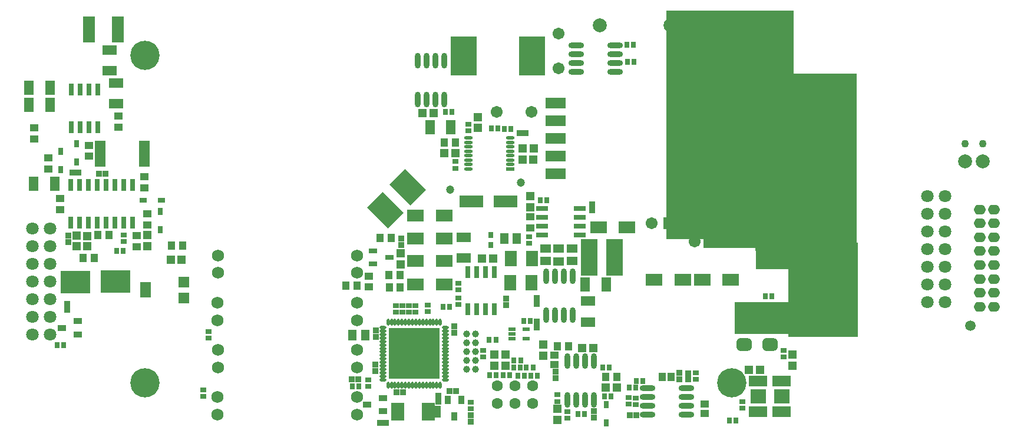
<source format=gts>
G04 Layer_Color=8388736*
%FSLAX25Y25*%
%MOIN*%
G70*
G01*
G75*
%ADD110R,0.87145X0.98576*%
%ADD111R,0.72200X1.29600*%
%ADD112R,0.38400X0.14000*%
%ADD113R,0.39300X0.53400*%
%ADD114R,0.40000X0.18200*%
%ADD115R,0.03241X0.03084*%
%ADD116R,0.03084X0.03241*%
%ADD117R,0.05918X0.08674*%
%ADD118R,0.05918X0.05918*%
%ADD119R,0.04540X0.04540*%
%ADD120R,0.16548X0.12611*%
%ADD121R,0.04934X0.03359*%
%ADD122R,0.04343X0.04737*%
%ADD123R,0.04737X0.04343*%
%ADD124R,0.03241X0.03241*%
%ADD125R,0.05328X0.07887*%
%ADD126R,0.07887X0.05328*%
%ADD127R,0.04816X0.03950*%
%ADD128R,0.04540X0.04737*%
%ADD129R,0.04934X0.06312*%
%ADD130R,0.09461X0.06902*%
%ADD131R,0.28556X0.28556*%
%ADD132O,0.03950X0.01706*%
%ADD133O,0.01706X0.03950*%
%ADD134R,0.06902X0.03162*%
%ADD135R,0.06706X0.08871*%
%ADD136R,0.03241X0.03241*%
%ADD137R,0.13202X0.07099*%
%ADD138O,0.08800X0.03200*%
G04:AMPARAMS|DCode=139|XSize=165.48mil|YSize=126.11mil|CornerRadius=0mil|HoleSize=0mil|Usage=FLASHONLY|Rotation=135.000|XOffset=0mil|YOffset=0mil|HoleType=Round|Shape=Rectangle|*
%AMROTATEDRECTD139*
4,1,4,0.10309,-0.01392,0.01392,-0.10309,-0.10309,0.01392,-0.01392,0.10309,0.10309,-0.01392,0.0*
%
%ADD139ROTATEDRECTD139*%

%ADD140R,0.06706X0.14579*%
%ADD141R,0.04737X0.04540*%
%ADD142R,0.02768X0.04343*%
%ADD143R,0.03162X0.06902*%
%ADD144R,0.04934X0.03162*%
%ADD145R,0.03241X0.03162*%
%ADD146R,0.02572X0.06312*%
%ADD147R,0.08674X0.08083*%
%ADD148R,0.03950X0.04816*%
%ADD149O,0.03200X0.08800*%
%ADD150R,0.11627X0.06312*%
%ADD151R,0.05918X0.14579*%
%ADD152R,0.14579X0.22060*%
%ADD153R,0.06312X0.04934*%
%ADD154R,0.03359X0.04934*%
%ADD155R,0.07493X0.10249*%
%ADD156R,0.09265X0.21076*%
%ADD157O,0.04737X0.01981*%
%ADD158R,0.04737X0.01981*%
%ADD159R,0.04343X0.02768*%
%ADD160R,0.02768X0.03753*%
%ADD161R,0.04343X0.02375*%
%ADD162R,0.07887X0.05328*%
%ADD163O,0.06706X0.05524*%
%ADD164C,0.07099*%
%ADD165C,0.04331*%
%ADD166C,0.07887*%
%ADD167C,0.06706*%
%ADD168R,0.06706X0.06706*%
%ADD169C,0.06312*%
%ADD170C,0.05918*%
%ADD171C,0.06800*%
%ADD172O,0.08674X0.07099*%
G04:AMPARAMS|DCode=173|XSize=70.99mil|YSize=86.74mil|CornerRadius=19.75mil|HoleSize=0mil|Usage=FLASHONLY|Rotation=90.000|XOffset=0mil|YOffset=0mil|HoleType=Round|Shape=RoundedRectangle|*
%AMROUNDEDRECTD173*
21,1,0.07099,0.04724,0,0,90.0*
21,1,0.03150,0.08674,0,0,90.0*
1,1,0.03950,0.02362,0.01575*
1,1,0.03950,0.02362,-0.01575*
1,1,0.03950,-0.02362,-0.01575*
1,1,0.03950,-0.02362,0.01575*
%
%ADD173ROUNDEDRECTD173*%
%ADD174R,0.06706X0.06706*%
%ADD175C,0.03950*%
%ADD176C,0.16548*%
%ADD177C,0.04737*%
D110*
X397372Y139688D02*
D03*
D111*
X368900Y160200D02*
D03*
D112*
X402600Y85400D02*
D03*
D113*
X421550Y66900D02*
D03*
D114*
X391800Y50900D02*
D03*
D115*
X198000Y54250D02*
D03*
Y57950D02*
D03*
X25900Y97850D02*
D03*
Y94150D02*
D03*
X229300Y32400D02*
D03*
Y28699D02*
D03*
X215300Y66800D02*
D03*
Y70501D02*
D03*
X70900Y10150D02*
D03*
Y6450D02*
D03*
X315800Y5550D02*
D03*
Y1850D02*
D03*
X311800Y1999D02*
D03*
Y5700D02*
D03*
X164443Y12146D02*
D03*
Y15846D02*
D03*
X74000Y39299D02*
D03*
Y43000D02*
D03*
X190900Y53950D02*
D03*
Y57650D02*
D03*
X187300Y54100D02*
D03*
Y57801D02*
D03*
X183600Y54100D02*
D03*
Y57801D02*
D03*
X179900Y54100D02*
D03*
Y57801D02*
D03*
X349700Y15950D02*
D03*
Y19650D02*
D03*
X213500Y135550D02*
D03*
Y139250D02*
D03*
X276900Y-6001D02*
D03*
Y-2300D02*
D03*
X271200Y7250D02*
D03*
Y3550D02*
D03*
X220900Y160350D02*
D03*
Y156650D02*
D03*
X255300Y96650D02*
D03*
Y92950D02*
D03*
X215300Y58450D02*
D03*
Y62150D02*
D03*
X399300Y28850D02*
D03*
Y32550D02*
D03*
X376000Y-301D02*
D03*
Y3400D02*
D03*
D116*
X210450Y57200D02*
D03*
X206750D02*
D03*
X25750Y88600D02*
D03*
X22050D02*
D03*
X392550Y63200D02*
D03*
X388850D02*
D03*
X255917Y48959D02*
D03*
X252216D02*
D03*
X208050Y167400D02*
D03*
X211750D02*
D03*
X310700Y205300D02*
D03*
X314401D02*
D03*
X311050Y195600D02*
D03*
X314750D02*
D03*
X237650Y158000D02*
D03*
X233950D02*
D03*
X241400Y157900D02*
D03*
X245101D02*
D03*
X298099Y6500D02*
D03*
X301800D02*
D03*
X319700Y15200D02*
D03*
X315999D02*
D03*
X315750Y11500D02*
D03*
X312050D02*
D03*
X253800Y22800D02*
D03*
X257501D02*
D03*
X232800Y38300D02*
D03*
X236501D02*
D03*
X240699Y18300D02*
D03*
X244400D02*
D03*
X259900Y18100D02*
D03*
X256199D02*
D03*
X252550Y18200D02*
D03*
X248850D02*
D03*
X236800Y18400D02*
D03*
X233099D02*
D03*
X-11811Y35433D02*
D03*
X-8110D02*
D03*
X372400Y-7400D02*
D03*
X368699D02*
D03*
X250400Y22900D02*
D03*
X246699D02*
D03*
X250500Y26700D02*
D03*
X246799D02*
D03*
X282984Y-3470D02*
D03*
X286685D02*
D03*
X300750Y22600D02*
D03*
X297050D02*
D03*
X261550Y117400D02*
D03*
X265250D02*
D03*
X158900Y12100D02*
D03*
X155199D02*
D03*
D117*
X38173Y66700D02*
D03*
D118*
X59827Y71228D02*
D03*
Y62172D02*
D03*
D119*
X5300Y91298D02*
D03*
Y97203D02*
D03*
D120*
X412402Y55118D02*
D03*
Y141732D02*
D03*
Y173228D02*
D03*
Y86614D02*
D03*
X-1400Y71200D02*
D03*
X21200Y71400D02*
D03*
D121*
X-8929Y45216D02*
D03*
X126Y48956D02*
D03*
Y41476D02*
D03*
X172628Y-2040D02*
D03*
Y5440D02*
D03*
X163572Y1700D02*
D03*
D122*
X207350Y150000D02*
D03*
X213650D02*
D03*
X176150Y68100D02*
D03*
X182450D02*
D03*
X271350Y34700D02*
D03*
X277650D02*
D03*
X59399Y91600D02*
D03*
X53100D02*
D03*
X176050Y75000D02*
D03*
X182350D02*
D03*
X304999Y17500D02*
D03*
X298700D02*
D03*
X151801Y69000D02*
D03*
X158100D02*
D03*
X177400Y96200D02*
D03*
X171101D02*
D03*
X17592Y97625D02*
D03*
X11293D02*
D03*
X9250Y84700D02*
D03*
X2950D02*
D03*
D123*
X39200Y109750D02*
D03*
Y103450D02*
D03*
X33200Y91100D02*
D03*
Y97399D02*
D03*
X-10000Y112200D02*
D03*
Y118499D02*
D03*
X23000Y165050D02*
D03*
Y158750D02*
D03*
X164800Y74550D02*
D03*
Y68250D02*
D03*
X-24816Y151981D02*
D03*
Y158280D02*
D03*
X37800Y130599D02*
D03*
Y124300D02*
D03*
X6200Y142250D02*
D03*
Y148550D02*
D03*
X-16700Y135150D02*
D03*
Y141450D02*
D03*
X255900Y107950D02*
D03*
Y101650D02*
D03*
D124*
X203900Y3328D02*
D03*
Y6872D02*
D03*
X290900Y115243D02*
D03*
Y111700D02*
D03*
X270300Y16828D02*
D03*
Y20372D02*
D03*
X259700Y62243D02*
D03*
Y58700D02*
D03*
X340400Y19672D02*
D03*
Y16128D02*
D03*
X345200Y19572D02*
D03*
Y16028D02*
D03*
X203800Y-428D02*
D03*
Y-3972D02*
D03*
X-5500Y97272D02*
D03*
Y93728D02*
D03*
X259500Y48872D02*
D03*
Y45328D02*
D03*
X212900Y45972D02*
D03*
Y42428D02*
D03*
X168500Y40128D02*
D03*
Y43672D02*
D03*
X168300Y20728D02*
D03*
Y24272D02*
D03*
X182900Y95743D02*
D03*
Y92200D02*
D03*
X242200Y58228D02*
D03*
Y61772D02*
D03*
X-5906Y55315D02*
D03*
Y58858D02*
D03*
X222400Y-7772D02*
D03*
Y-4228D02*
D03*
X291900Y-5600D02*
D03*
Y-2057D02*
D03*
D125*
X-13100Y126600D02*
D03*
X-24911D02*
D03*
X287094Y69800D02*
D03*
X298905D02*
D03*
X-15748Y171260D02*
D03*
X-27559D02*
D03*
X211005Y158800D02*
D03*
X199195D02*
D03*
X-15748Y181102D02*
D03*
X-27559D02*
D03*
D126*
X218400Y84700D02*
D03*
Y96511D02*
D03*
X288600Y60300D02*
D03*
Y48489D02*
D03*
D127*
X354600Y2018D02*
D03*
Y-3100D02*
D03*
X269500Y24582D02*
D03*
Y29700D02*
D03*
D128*
X228650Y84400D02*
D03*
X234950D02*
D03*
X207350Y144000D02*
D03*
X213650D02*
D03*
X298550Y11400D02*
D03*
X304850D02*
D03*
X52500Y83800D02*
D03*
X58799D02*
D03*
X194850Y166600D02*
D03*
X201150D02*
D03*
X251500Y140500D02*
D03*
X257799D02*
D03*
X257999Y146800D02*
D03*
X251700D02*
D03*
X291650Y33700D02*
D03*
X285350D02*
D03*
X241999Y30200D02*
D03*
X235700D02*
D03*
X241850Y23800D02*
D03*
X235550D02*
D03*
X386099Y21400D02*
D03*
X379800D02*
D03*
D129*
X248400Y95600D02*
D03*
X241313D02*
D03*
X155400Y41200D02*
D03*
X162487D02*
D03*
D130*
X310642Y102200D02*
D03*
X294500D02*
D03*
X191029Y83100D02*
D03*
X207171D02*
D03*
X191029Y69900D02*
D03*
X207171D02*
D03*
X207171Y95900D02*
D03*
X191029D02*
D03*
X207171Y108800D02*
D03*
X191029D02*
D03*
X353229Y72400D02*
D03*
X369371D02*
D03*
X326129Y72500D02*
D03*
X342271D02*
D03*
D131*
X190300Y30600D02*
D03*
D132*
X208016Y15836D02*
D03*
Y17805D02*
D03*
Y19773D02*
D03*
Y21742D02*
D03*
Y23710D02*
D03*
Y25679D02*
D03*
Y27647D02*
D03*
Y29616D02*
D03*
Y31584D02*
D03*
Y33553D02*
D03*
Y35521D02*
D03*
Y37490D02*
D03*
Y39458D02*
D03*
Y41427D02*
D03*
Y43395D02*
D03*
Y45364D02*
D03*
X172583D02*
D03*
Y43395D02*
D03*
Y41427D02*
D03*
Y39458D02*
D03*
Y37490D02*
D03*
Y35521D02*
D03*
Y33553D02*
D03*
Y31584D02*
D03*
Y29616D02*
D03*
Y27647D02*
D03*
Y25679D02*
D03*
Y23710D02*
D03*
Y21742D02*
D03*
Y19773D02*
D03*
Y17805D02*
D03*
Y15836D02*
D03*
D133*
X205064Y48316D02*
D03*
X203095D02*
D03*
X201127D02*
D03*
X199158D02*
D03*
X197190D02*
D03*
X195221D02*
D03*
X193253D02*
D03*
X191284D02*
D03*
X189316D02*
D03*
X187347D02*
D03*
X185379D02*
D03*
X183410D02*
D03*
X181442D02*
D03*
X179473D02*
D03*
X177505D02*
D03*
X175536D02*
D03*
Y12883D02*
D03*
X177505D02*
D03*
X179473D02*
D03*
X181442D02*
D03*
X183410D02*
D03*
X185379D02*
D03*
X187347D02*
D03*
X189316D02*
D03*
X191284D02*
D03*
X193253D02*
D03*
X195221D02*
D03*
X197190D02*
D03*
X199158D02*
D03*
X201127D02*
D03*
X203095D02*
D03*
X205064D02*
D03*
D134*
X283830Y97700D02*
D03*
Y102700D02*
D03*
Y107700D02*
D03*
Y112700D02*
D03*
X262570Y97700D02*
D03*
Y102700D02*
D03*
Y107700D02*
D03*
Y112700D02*
D03*
D135*
X256505Y70700D02*
D03*
X244694D02*
D03*
X245100Y84500D02*
D03*
X256911D02*
D03*
D136*
X12028Y132300D02*
D03*
X15572D02*
D03*
X400Y133000D02*
D03*
X-3143D02*
D03*
X249857Y155400D02*
D03*
X253400D02*
D03*
X170928Y-8600D02*
D03*
X174472D02*
D03*
X155128Y16000D02*
D03*
X158672D02*
D03*
X312428Y-4100D02*
D03*
X315972D02*
D03*
X183872Y8600D02*
D03*
X180328D02*
D03*
X213943Y9400D02*
D03*
X210400D02*
D03*
D137*
X241946Y116600D02*
D03*
X222654D02*
D03*
D138*
X304100Y190100D02*
D03*
X282100Y205100D02*
D03*
Y190100D02*
D03*
X304100Y205100D02*
D03*
Y200100D02*
D03*
Y195100D02*
D03*
X282100Y200100D02*
D03*
Y195100D02*
D03*
X344330Y-3935D02*
D03*
X322330Y11065D02*
D03*
Y-3935D02*
D03*
X344330Y11065D02*
D03*
Y6065D02*
D03*
Y1065D02*
D03*
X322330Y6065D02*
D03*
Y1065D02*
D03*
D139*
X186600Y124600D02*
D03*
X174000Y111900D02*
D03*
D140*
X22542Y214100D02*
D03*
X6400D02*
D03*
D141*
X182600Y87300D02*
D03*
Y81001D02*
D03*
X263400Y35650D02*
D03*
Y29350D02*
D03*
X404400Y30050D02*
D03*
Y23750D02*
D03*
X255900Y119850D02*
D03*
Y113550D02*
D03*
X226378Y158268D02*
D03*
Y164567D02*
D03*
X39300Y97650D02*
D03*
Y91350D02*
D03*
X-600Y91250D02*
D03*
Y97550D02*
D03*
X271400Y-6950D02*
D03*
Y-650D02*
D03*
D142*
X298900Y-8518D02*
D03*
Y1718D02*
D03*
X-9800Y144918D02*
D03*
Y134682D02*
D03*
X46700Y100764D02*
D03*
Y111000D02*
D03*
X-800Y149318D02*
D03*
Y139082D02*
D03*
D143*
X-3700Y158870D02*
D03*
X1300D02*
D03*
X6300D02*
D03*
X11300D02*
D03*
X-3700Y180130D02*
D03*
X1300D02*
D03*
X6300D02*
D03*
X11300D02*
D03*
X-4100Y125930D02*
D03*
X900D02*
D03*
X30900Y104670D02*
D03*
Y125930D02*
D03*
X25900D02*
D03*
X20900D02*
D03*
X15900D02*
D03*
X10900D02*
D03*
X5900D02*
D03*
X25900Y104670D02*
D03*
X20900D02*
D03*
X15900D02*
D03*
X10900D02*
D03*
X5900D02*
D03*
X900D02*
D03*
X-4100D02*
D03*
X235800Y76860D02*
D03*
X230800D02*
D03*
X225800D02*
D03*
X220800D02*
D03*
X235800Y55600D02*
D03*
X230800D02*
D03*
X225800D02*
D03*
X220800D02*
D03*
D144*
X167145Y88840D02*
D03*
Y81360D02*
D03*
X176200Y85100D02*
D03*
D145*
X222400Y2922D02*
D03*
Y-700D02*
D03*
D146*
X394461Y-2261D02*
D03*
X397021D02*
D03*
X399580D02*
D03*
X402139D02*
D03*
Y15061D02*
D03*
X399580D02*
D03*
X397021D02*
D03*
X394461D02*
D03*
X381061D02*
D03*
X383621D02*
D03*
X386179D02*
D03*
X388739D02*
D03*
Y-2261D02*
D03*
X386179D02*
D03*
X383621D02*
D03*
X381061D02*
D03*
D147*
X398300Y6400D02*
D03*
X384900D02*
D03*
D148*
X330641Y17300D02*
D03*
X335759D02*
D03*
D149*
X192200Y174500D02*
D03*
X207200Y196500D02*
D03*
X192200D02*
D03*
X207200Y174500D02*
D03*
X202200D02*
D03*
X197200D02*
D03*
X202200Y196500D02*
D03*
X197200D02*
D03*
X291835Y26530D02*
D03*
X276835Y4530D02*
D03*
X291835D02*
D03*
X276835Y26530D02*
D03*
X281835D02*
D03*
X286835D02*
D03*
X281835Y4530D02*
D03*
X286835D02*
D03*
X270100Y74300D02*
D03*
X275100D02*
D03*
X270100Y52300D02*
D03*
X275100D02*
D03*
X280100D02*
D03*
X265100Y74300D02*
D03*
X280100D02*
D03*
X265100Y52300D02*
D03*
D150*
X270248Y172300D02*
D03*
Y162300D02*
D03*
Y152300D02*
D03*
Y142300D02*
D03*
Y132300D02*
D03*
X363752D02*
D03*
Y172300D02*
D03*
D151*
X37503Y143800D02*
D03*
X12700D02*
D03*
D152*
X218417Y199000D02*
D03*
X257000D02*
D03*
D153*
X264481Y90043D02*
D03*
Y82957D02*
D03*
X279481Y90043D02*
D03*
Y82957D02*
D03*
X272081Y89987D02*
D03*
Y82900D02*
D03*
D154*
X216832Y4510D02*
D03*
X209352D02*
D03*
X213092Y-4939D02*
D03*
D155*
X180839Y-2200D02*
D03*
X198161D02*
D03*
D156*
X289200Y85000D02*
D03*
X303800D02*
D03*
D157*
X220987Y152667D02*
D03*
Y150167D02*
D03*
Y147667D02*
D03*
Y145167D02*
D03*
Y142667D02*
D03*
Y140167D02*
D03*
Y137667D02*
D03*
Y135167D02*
D03*
X244609Y152667D02*
D03*
Y150167D02*
D03*
Y147667D02*
D03*
Y145167D02*
D03*
Y142667D02*
D03*
Y140167D02*
D03*
Y137667D02*
D03*
D158*
Y135167D02*
D03*
D159*
X36964Y117400D02*
D03*
X47200D02*
D03*
D160*
X233700Y92100D02*
D03*
Y97612D02*
D03*
D161*
X245532Y44318D02*
D03*
Y41759D02*
D03*
Y39200D02*
D03*
X253800D02*
D03*
Y44318D02*
D03*
D162*
X21600Y171994D02*
D03*
Y183806D02*
D03*
X17900Y190606D02*
D03*
Y202417D02*
D03*
D163*
X518237Y112244D02*
D03*
X510363D02*
D03*
X518237Y104370D02*
D03*
X510363D02*
D03*
X518237Y96496D02*
D03*
X510363D02*
D03*
X518237Y88622D02*
D03*
X510363D02*
D03*
X518237Y80748D02*
D03*
X510363D02*
D03*
X518237Y72874D02*
D03*
X510363D02*
D03*
X518237Y65000D02*
D03*
X510363D02*
D03*
X518237Y57126D02*
D03*
X510363D02*
D03*
D164*
X490499Y99700D02*
D03*
X480499D02*
D03*
X490499Y89700D02*
D03*
X480499D02*
D03*
X490499Y79700D02*
D03*
X480499D02*
D03*
Y69700D02*
D03*
X490499D02*
D03*
X480499Y59700D02*
D03*
X490499D02*
D03*
X480499Y119700D02*
D03*
X490499D02*
D03*
X480499Y109700D02*
D03*
X490499D02*
D03*
X-15590Y81339D02*
D03*
X-25591D02*
D03*
X-15590Y71339D02*
D03*
X-25591D02*
D03*
X-15590Y61339D02*
D03*
X-25591D02*
D03*
Y51339D02*
D03*
X-15590D02*
D03*
X-25591Y41339D02*
D03*
X-15590D02*
D03*
X-25591Y101339D02*
D03*
X-15590D02*
D03*
X-25591Y91339D02*
D03*
X-15590D02*
D03*
D165*
X511900Y149500D02*
D03*
X501900D02*
D03*
D166*
Y139500D02*
D03*
X511900D02*
D03*
X335300Y216300D02*
D03*
X295300D02*
D03*
X400000D02*
D03*
X360000D02*
D03*
D167*
X401300Y118200D02*
D03*
X380421Y139079D02*
D03*
X347900Y190272D02*
D03*
Y219800D02*
D03*
X381201Y180118D02*
D03*
Y150591D02*
D03*
X324700Y104400D02*
D03*
X256643Y167500D02*
D03*
X236958D02*
D03*
X386700Y89600D02*
D03*
X418600Y104779D02*
D03*
X272100Y192058D02*
D03*
Y211742D02*
D03*
X370100Y109700D02*
D03*
X348879Y94000D02*
D03*
D168*
X334542Y104400D02*
D03*
X396543Y89600D02*
D03*
X379942Y109700D02*
D03*
X358721Y94000D02*
D03*
D169*
X237300Y2400D02*
D03*
X247300D02*
D03*
X257300D02*
D03*
Y12400D02*
D03*
X247300D02*
D03*
X237300D02*
D03*
D170*
X505002Y46498D02*
D03*
D171*
X157870Y59321D02*
D03*
Y49479D02*
D03*
X79130D02*
D03*
Y59321D02*
D03*
X157970Y76279D02*
D03*
Y86121D02*
D03*
X79230D02*
D03*
Y76279D02*
D03*
X157870Y5921D02*
D03*
Y-3921D02*
D03*
X79130D02*
D03*
Y5921D02*
D03*
X157970Y22779D02*
D03*
Y32621D02*
D03*
X79230D02*
D03*
Y22779D02*
D03*
D172*
X391800Y45800D02*
D03*
Y55800D02*
D03*
X377100Y55700D02*
D03*
Y45700D02*
D03*
D173*
X391800Y35800D02*
D03*
X377100Y35700D02*
D03*
D174*
X418600Y114621D02*
D03*
D175*
X224900Y21800D02*
D03*
X219900D02*
D03*
X224900Y26800D02*
D03*
X219900D02*
D03*
X224900Y31800D02*
D03*
X219900D02*
D03*
X224900Y36800D02*
D03*
X219900D02*
D03*
X224900Y41800D02*
D03*
X219900D02*
D03*
D176*
X38138Y199423D02*
D03*
Y14173D02*
D03*
X370079D02*
D03*
Y199423D02*
D03*
D177*
X250600Y127300D02*
D03*
X210500Y123300D02*
D03*
M02*

</source>
